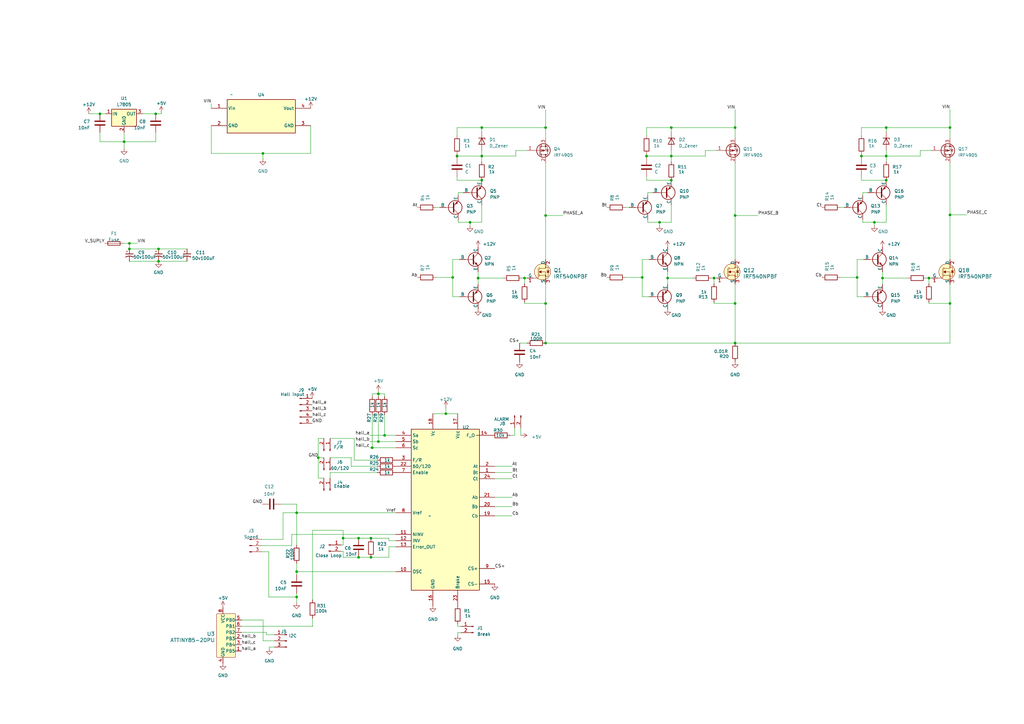
<source format=kicad_sch>
(kicad_sch (version 20230121) (generator eeschema)
  (paper "A3")
  (junction (at 351.536 113.792))
  (junction (at 389.636 52.324))
  (junction (at 187.452 64.008))
  (junction (at 155.194 181.102))
  (junction (at 107.8484 62.9412))
  (junction (at 65.024 107.188))
  (junction (at 40.9956 46.6852))
  (junction (at 215.138 114.046))
  (junction (at 275.336 73.914))
  (junction (at 361.95 114.046))
  (junction (at 121.666 244.856))
  (junction (at 53.086 99.822))
  (junction (at 130.556 187.706))
  (junction (at 265.176 64.008))
  (junction (at 152.654 183.642))
  (junction (at 223.774 140.716))
  (junction (at 196.088 114.046))
  (junction (at 301.498 52.324))
  (junction (at 147.066 220.726))
  (junction (at 147.066 228.6))
  (junction (at 301.498 124.46))
  (junction (at 50.9016 58.1152))
  (junction (at 292.862 114.046))
  (junction (at 223.774 88.392))
  (junction (at 197.612 64.008))
  (junction (at 363.474 64.008))
  (junction (at 155.194 161.544))
  (junction (at 197.612 73.914))
  (junction (at 223.774 52.324))
  (junction (at 65.024 102.108))
  (junction (at 389.636 88.138))
  (junction (at 192.786 91.186))
  (junction (at 353.314 64.008))
  (junction (at 152.146 220.726))
  (junction (at 301.498 88.392))
  (junction (at 223.774 124.46))
  (junction (at 53.086 102.108))
  (junction (at 263.398 113.792))
  (junction (at 140.716 220.726))
  (junction (at 389.636 124.46))
  (junction (at 157.734 178.562))
  (junction (at 363.474 52.324))
  (junction (at 270.51 91.186))
  (junction (at 185.674 113.792))
  (junction (at 358.648 91.186))
  (junction (at 152.146 228.6))
  (junction (at 121.666 234.442))
  (junction (at 275.336 64.008))
  (junction (at 121.666 210.312))
  (junction (at 301.498 140.716))
  (junction (at 63.8556 46.6852))
  (junction (at 363.474 73.914))
  (junction (at 197.612 52.324))
  (junction (at 275.336 52.324))
  (junction (at 381 114.046))
  (junction (at 273.812 114.046))
  (junction (at 182.88 169.672))
  (wire (pts (xy 135.382 193.802) (xy 154.686 193.802)))
  (wire (pts (xy 152.146 228.6) (xy 147.066 228.6)))
  (wire (pts (xy 56.388 99.822) (xy 53.086 99.822)))
  (wire (pts (xy 152.146 220.726) (xy 159.512 220.726)))
  (wire (pts (xy 363.474 64.008) (xy 377.444 64.008)))
  (wire (pts (xy 107.442 223.774) (xy 119.634 223.774)))
  (wire (pts (xy 289.306 61.722) (xy 293.878 61.722)))
  (wire (pts (xy 353.314 64.008) (xy 353.314 63.246)))
  (wire (pts (xy 223.774 88.392) (xy 223.774 66.802)))
  (wire (pts (xy 189.103 256.921) (xy 187.706 256.921)))
  (wire (pts (xy 187.706 260.477) (xy 187.706 259.461)))
  (wire (pts (xy 140.716 228.6) (xy 147.066 228.6)))
  (wire (pts (xy 223.774 106.426) (xy 223.774 88.392)))
  (wire (pts (xy 130.556 187.706) (xy 130.556 196.088)))
  (wire (pts (xy 265.176 52.324) (xy 275.336 52.324)))
  (wire (pts (xy 154.686 188.722) (xy 145.288 188.722)))
  (wire (pts (xy 40.9956 46.6852) (xy 43.2816 46.6852)))
  (wire (pts (xy 159.512 221.742) (xy 162.306 221.742)))
  (wire (pts (xy 152.654 183.642) (xy 162.306 183.642)))
  (wire (pts (xy 121.666 244.856) (xy 110.236 244.856)))
  (wire (pts (xy 354.33 121.666) (xy 351.536 121.666)))
  (wire (pts (xy 353.822 78.994) (xy 355.854 78.994)))
  (wire (pts (xy 266.192 121.666) (xy 263.398 121.666)))
  (wire (pts (xy 379.984 114.046) (xy 381 114.046)))
  (wire (pts (xy 263.398 121.666) (xy 263.398 113.792)))
  (wire (pts (xy 265.684 78.994) (xy 267.716 78.994)))
  (wire (pts (xy 377.444 64.008) (xy 377.444 61.722)))
  (wire (pts (xy 63.8556 58.1152) (xy 50.9016 58.1152)))
  (wire (pts (xy 197.612 66.294) (xy 197.612 64.008)))
  (wire (pts (xy 289.306 64.008) (xy 289.306 61.722)))
  (wire (pts (xy 363.474 66.294) (xy 363.474 64.008)))
  (wire (pts (xy 353.314 64.008) (xy 363.474 64.008)))
  (wire (pts (xy 159.512 220.726) (xy 159.512 221.742)))
  (wire (pts (xy 187.706 256.921) (xy 187.706 256.032)))
  (wire (pts (xy 127.4572 51.5112) (xy 127.4572 62.9412)))
  (wire (pts (xy 265.684 91.186) (xy 265.684 90.17)))
  (wire (pts (xy 147.066 220.726) (xy 152.146 220.726)))
  (wire (pts (xy 66.1416 46.1772) (xy 66.1416 46.6852)))
  (wire (pts (xy 109.2708 260.2992) (xy 109.2708 259.3848)))
  (wire (pts (xy 187.96 91.186) (xy 192.786 91.186)))
  (wire (pts (xy 344.678 113.792) (xy 351.536 113.792)))
  (wire (pts (xy 275.336 52.324) (xy 275.336 54.102)))
  (wire (pts (xy 223.774 140.716) (xy 223.774 124.46)))
  (wire (pts (xy 275.336 64.008) (xy 289.306 64.008)))
  (wire (pts (xy 152.654 170.18) (xy 152.654 183.642)))
  (wire (pts (xy 214.122 114.046) (xy 215.138 114.046)))
  (wire (pts (xy 389.636 140.716) (xy 389.636 124.46)))
  (wire (pts (xy 63.8556 54.3052) (xy 63.8556 58.1152)))
  (wire (pts (xy 230.886 88.392) (xy 223.774 88.392)))
  (wire (pts (xy 351.536 121.666) (xy 351.536 113.792)))
  (wire (pts (xy 353.314 72.39) (xy 353.314 73.914)))
  (wire (pts (xy 50.9016 58.1152) (xy 50.9016 54.3052)))
  (wire (pts (xy 353.314 55.626) (xy 353.314 52.324)))
  (wire (pts (xy 152.654 161.544) (xy 152.654 162.56)))
  (wire (pts (xy 389.636 106.426) (xy 389.636 88.138)))
  (wire (pts (xy 223.774 124.46) (xy 215.138 124.46)))
  (wire (pts (xy 197.612 73.914) (xy 187.452 73.914)))
  (wire (pts (xy 301.498 116.586) (xy 301.498 124.46)))
  (wire (pts (xy 301.498 44.958) (xy 301.498 52.324)))
  (wire (pts (xy 112.5728 260.2992) (xy 109.2708 260.2992)))
  (wire (pts (xy 381 114.046) (xy 382.016 114.046)))
  (wire (pts (xy 197.612 52.324) (xy 223.774 52.324)))
  (wire (pts (xy 115.2652 206.756) (xy 121.666 206.756)))
  (wire (pts (xy 192.786 91.186) (xy 197.612 91.186)))
  (wire (pts (xy 107.8992 254.3048) (xy 99.06 254.3048)))
  (wire (pts (xy 389.636 116.586) (xy 389.636 124.46)))
  (wire (pts (xy 155.194 161.544) (xy 152.654 161.544)))
  (wire (pts (xy 178.816 85.09) (xy 180.34 85.09)))
  (wire (pts (xy 144.018 191.262) (xy 144.018 187.706)))
  (wire (pts (xy 265.176 55.626) (xy 265.176 52.324)))
  (wire (pts (xy 361.95 111.506) (xy 361.95 114.046)))
  (wire (pts (xy 140.716 217.4748) (xy 128.1684 217.4748)))
  (wire (pts (xy 265.176 64.008) (xy 265.176 63.246)))
  (wire (pts (xy 128.2892 256.7432) (xy 128.1684 256.7432)))
  (wire (pts (xy 353.822 80.01) (xy 353.822 78.994)))
  (wire (pts (xy 363.474 91.186) (xy 363.474 84.074)))
  (wire (pts (xy 211.074 178.562) (xy 211.074 175.514)))
  (wire (pts (xy 210.058 203.962) (xy 202.946 203.962)))
  (wire (pts (xy 273.812 114.046) (xy 273.812 116.586)))
  (wire (pts (xy 301.498 88.392) (xy 301.498 66.802)))
  (wire (pts (xy 107.8992 254.3048) (xy 107.8992 262.8392)))
  (wire (pts (xy 130.556 196.088) (xy 132.842 196.088)))
  (wire (pts (xy 50.9016 60.9092) (xy 50.9016 58.1152)))
  (wire (pts (xy 213.106 140.716) (xy 216.154 140.716)))
  (wire (pts (xy 197.612 91.186) (xy 197.612 84.074)))
  (wire (pts (xy 121.666 234.442) (xy 162.306 234.442)))
  (wire (pts (xy 273.812 114.046) (xy 284.226 114.046)))
  (wire (pts (xy 188.468 121.666) (xy 185.674 121.666)))
  (wire (pts (xy 270.51 92.456) (xy 270.51 91.186)))
  (wire (pts (xy 121.666 244.856) (xy 121.666 243.332)))
  (wire (pts (xy 99.06 259.3848) (xy 109.2708 259.3848)))
  (wire (pts (xy 223.774 52.324) (xy 223.774 56.642)))
  (wire (pts (xy 215.138 114.046) (xy 216.154 114.046)))
  (wire (pts (xy 291.846 114.046) (xy 292.862 114.046)))
  (wire (pts (xy 358.648 92.456) (xy 358.648 91.186)))
  (wire (pts (xy 210.058 196.342) (xy 202.946 196.342)))
  (wire (pts (xy 155.194 181.102) (xy 162.306 181.102)))
  (wire (pts (xy 121.666 231.14) (xy 121.666 234.442)))
  (wire (pts (xy 159.512 228.6) (xy 152.146 228.6)))
  (wire (pts (xy 275.336 64.008) (xy 275.336 61.722)))
  (wire (pts (xy 128.1684 217.4748) (xy 128.1684 245.9736)))
  (wire (pts (xy 196.088 111.506) (xy 196.088 114.046)))
  (wire (pts (xy 121.666 206.756) (xy 121.666 210.312)))
  (wire (pts (xy 381 124.46) (xy 381 123.952)))
  (wire (pts (xy 151.638 181.102) (xy 155.194 181.102)))
  (wire (pts (xy 265.176 64.008) (xy 275.336 64.008)))
  (wire (pts (xy 65.024 107.188) (xy 76.708 107.188)))
  (wire (pts (xy 132.842 179.832) (xy 130.556 179.832)))
  (wire (pts (xy 301.498 124.46) (xy 301.498 140.716)))
  (wire (pts (xy 187.96 91.186) (xy 187.96 90.17)))
  (wire (pts (xy 110.49 265.938) (xy 110.49 265.3792)))
  (wire (pts (xy 66.1416 46.6852) (xy 63.8556 46.6852)))
  (wire (pts (xy 270.51 91.186) (xy 275.336 91.186)))
  (wire (pts (xy 119.634 223.774) (xy 119.634 219.202)))
  (wire (pts (xy 223.774 116.586) (xy 223.774 124.46)))
  (wire (pts (xy 301.498 106.426) (xy 301.498 88.392)))
  (wire (pts (xy 178.816 113.792) (xy 185.674 113.792)))
  (wire (pts (xy 53.086 102.108) (xy 65.024 102.108)))
  (wire (pts (xy 139.954 223.52) (xy 140.716 223.52)))
  (wire (pts (xy 187.452 64.008) (xy 197.612 64.008)))
  (wire (pts (xy 86.6902 62.9412) (xy 86.6902 51.5112)))
  (wire (pts (xy 196.088 114.046) (xy 206.502 114.046)))
  (wire (pts (xy 130.556 179.832) (xy 130.556 187.706)))
  (wire (pts (xy 301.498 140.716) (xy 389.636 140.716)))
  (wire (pts (xy 265.176 72.39) (xy 265.176 73.914)))
  (wire (pts (xy 210.058 193.802) (xy 202.946 193.802)))
  (wire (pts (xy 185.674 113.792) (xy 185.674 106.426)))
  (wire (pts (xy 353.822 91.186) (xy 358.648 91.186)))
  (wire (pts (xy 119.634 219.202) (xy 162.306 219.202)))
  (wire (pts (xy 107.8484 62.9412) (xy 127.4572 62.9412)))
  (wire (pts (xy 301.498 140.716) (xy 223.774 140.716)))
  (wire (pts (xy 151.638 178.562) (xy 157.734 178.562)))
  (wire (pts (xy 363.474 64.008) (xy 363.474 61.722)))
  (wire (pts (xy 99.06 256.8448) (xy 128.2892 256.8448)))
  (wire (pts (xy 159.512 224.282) (xy 159.512 228.6)))
  (wire (pts (xy 301.498 52.324) (xy 301.498 56.642)))
  (wire (pts (xy 185.674 121.666) (xy 185.674 113.792)))
  (wire (pts (xy 110.49 265.3792) (xy 112.5728 265.3792)))
  (wire (pts (xy 187.706 259.461) (xy 189.103 259.461)))
  (wire (pts (xy 155.194 170.18) (xy 155.194 181.102)))
  (wire (pts (xy 353.314 52.324) (xy 363.474 52.324)))
  (wire (pts (xy 86.6902 62.9412) (xy 107.8484 62.9412)))
  (wire (pts (xy 107.8992 262.8392) (xy 112.5728 262.8392)))
  (wire (pts (xy 265.684 80.01) (xy 265.684 78.994)))
  (wire (pts (xy 116.078 221.234) (xy 116.078 210.312)))
  (wire (pts (xy 151.638 183.642) (xy 152.654 183.642)))
  (wire (pts (xy 110.236 226.314) (xy 107.442 226.314)))
  (wire (pts (xy 292.862 114.046) (xy 292.862 116.332)))
  (wire (pts (xy 147.066 228.6) (xy 147.066 228.346)))
  (wire (pts (xy 162.306 224.282) (xy 159.512 224.282)))
  (wire (pts (xy 197.612 64.008) (xy 197.612 61.722)))
  (wire (pts (xy 40.9956 58.1152) (xy 40.9956 54.3052)))
  (wire (pts (xy 210.058 207.772) (xy 202.946 207.772)))
  (wire (pts (xy 130.556 187.706) (xy 132.842 187.706)))
  (wire (pts (xy 155.194 160.528) (xy 155.194 161.544)))
  (wire (pts (xy 389.636 44.8298) (xy 389.636 52.324)))
  (wire (pts (xy 187.452 55.626) (xy 187.452 52.324)))
  (wire (pts (xy 187.452 52.324) (xy 197.612 52.324)))
  (wire (pts (xy 361.95 114.046) (xy 372.364 114.046)))
  (wire (pts (xy 139.954 226.06) (xy 140.716 226.06)))
  (wire (pts (xy 377.444 61.722) (xy 382.016 61.722)))
  (wire (pts (xy 275.336 91.186) (xy 275.336 84.074)))
  (wire (pts (xy 128.1684 256.7432) (xy 128.1684 253.5936)))
  (wire (pts (xy 157.734 162.56) (xy 157.734 161.544)))
  (wire (pts (xy 273.812 111.506) (xy 273.812 114.046)))
  (wire (pts (xy 358.648 91.186) (xy 363.474 91.186)))
  (wire (pts (xy 363.474 52.324) (xy 363.474 54.102)))
  (wire (pts (xy 116.078 210.312) (xy 121.666 210.312)))
  (wire (pts (xy 361.95 114.046) (xy 361.95 116.586)))
  (wire (pts (xy 121.666 223.52) (xy 121.666 210.312)))
  (wire (pts (xy 50.9016 58.1152) (xy 40.9956 58.1152)))
  (wire (pts (xy 363.474 73.914) (xy 353.314 73.914)))
  (wire (pts (xy 351.536 106.426) (xy 354.33 106.426)))
  (wire (pts (xy 154.686 191.262) (xy 144.018 191.262)))
  (wire (pts (xy 256.54 85.09) (xy 258.064 85.09)))
  (wire (pts (xy 187.452 64.77) (xy 187.452 64.008)))
  (wire (pts (xy 211.582 61.722) (xy 216.154 61.722)))
  (wire (pts (xy 53.086 107.188) (xy 65.024 107.188)))
  (wire (pts (xy 211.582 64.008) (xy 211.582 61.722)))
  (wire (pts (xy 223.774 44.958) (xy 223.774 52.324)))
  (wire (pts (xy 162.306 178.562) (xy 157.734 178.562)))
  (wire (pts (xy 210.058 191.262) (xy 202.946 191.262)))
  (wire (pts (xy 144.018 187.706) (xy 135.382 187.706)))
  (wire (pts (xy 187.452 72.39) (xy 187.452 73.914)))
  (wire (pts (xy 107.8484 62.9412) (xy 107.8484 65.1256)))
  (wire (pts (xy 389.636 88.138) (xy 389.636 66.802)))
  (wire (pts (xy 301.498 124.46) (xy 292.862 124.46)))
  (wire (pts (xy 182.88 169.672) (xy 187.706 169.672)))
  (wire (pts (xy 121.666 210.312) (xy 162.306 210.312)))
  (wire (pts (xy 353.822 91.186) (xy 353.822 90.17)))
  (wire (pts (xy 210.058 211.582) (xy 202.946 211.582)))
  (wire (pts (xy 292.862 124.46) (xy 292.862 123.952)))
  (wire (pts (xy 263.398 113.792) (xy 263.398 106.426)))
  (wire (pts (xy 121.666 247.142) (xy 121.666 244.856)))
  (wire (pts (xy 140.716 217.4748) (xy 140.716 220.726)))
  (wire (pts (xy 197.612 52.324) (xy 197.612 54.102)))
  (wire (pts (xy 53.086 99.822) (xy 50.546 99.822)))
  (wire (pts (xy 63.8556 46.6852) (xy 58.5216 46.6852)))
  (wire (pts (xy 185.674 106.426) (xy 188.468 106.426)))
  (wire (pts (xy 389.636 124.46) (xy 381 124.46)))
  (wire (pts (xy 363.474 52.324) (xy 389.636 52.324)))
  (wire (pts (xy 353.314 64.77) (xy 353.314 64.008)))
  (wire (pts (xy 215.138 124.46) (xy 215.138 123.952)))
  (wire (pts (xy 292.862 114.046) (xy 293.878 114.046)))
  (wire (pts (xy 182.88 167.132) (xy 182.88 169.672)))
  (wire (pts (xy 310.896 88.392) (xy 301.498 88.392)))
  (wire (pts (xy 121.666 234.442) (xy 121.666 235.712)))
  (wire (pts (xy 209.296 178.562) (xy 211.074 178.562)))
  (wire (pts (xy 107.442 221.234) (xy 116.078 221.234)))
  (wire (pts (xy 275.336 52.324) (xy 301.498 52.324)))
  (wire (pts (xy 187.452 64.008) (xy 187.452 63.246)))
  (wire (pts (xy 53.086 102.108) (xy 53.086 99.822)))
  (wire (pts (xy 155.194 161.544) (xy 155.194 162.56)))
  (wire (pts (xy 140.716 223.52) (xy 140.716 220.726)))
  (wire (pts (xy 265.176 64.77) (xy 265.176 64.008)))
  (wire (pts (xy 135.382 193.802) (xy 135.382 196.088)))
  (wire (pts (xy 215.138 114.046) (xy 215.138 116.332)))
  (wire (pts (xy 86.6902 42.4688) (xy 86.6902 44.3992)))
  (wire (pts (xy 182.88 169.672) (xy 177.546 169.672)))
  (wire (pts (xy 197.612 64.008) (xy 211.582 64.008)))
  (wire (pts (xy 213.614 178.562) (xy 213.614 175.514)))
  (wire (pts (xy 36.4236 46.6852) (xy 40.9956 46.6852)))
  (wire (pts (xy 145.288 188.722) (xy 145.288 179.832)))
  (wire (pts (xy 275.336 66.294) (xy 275.336 64.008)))
  (wire (pts (xy 263.398 106.426) (xy 266.192 106.426)))
  (wire (pts (xy 128.2892 256.7432) (xy 128.2892 256.8448)))
  (wire (pts (xy 192.786 92.456) (xy 192.786 91.186)))
  (wire (pts (xy 389.636 52.324) (xy 389.636 56.642)))
  (wire (pts (xy 157.734 161.544) (xy 155.194 161.544)))
  (wire (pts (xy 381 114.046) (xy 381 116.332)))
  (wire (pts (xy 152.146 220.726) (xy 152.146 220.98)))
  (wire (pts (xy 157.734 178.562) (xy 157.734 170.18)))
  (wire (pts (xy 275.336 73.914) (xy 265.176 73.914)))
  (wire (pts (xy 145.288 179.832) (xy 135.382 179.832)))
  (wire (pts (xy 187.96 80.01) (xy 187.96 78.994)))
  (wire (pts (xy 265.684 91.186) (xy 270.51 91.186)))
  (wire (pts (xy 256.54 113.792) (xy 263.398 113.792)))
  (wire (pts (xy 187.96 78.994) (xy 189.992 78.994)))
  (wire (pts (xy 65.024 102.108) (xy 76.708 102.108)))
  (wire (pts (xy 140.716 226.06) (xy 140.716 228.6)))
  (wire (pts (xy 110.236 244.856) (xy 110.236 226.314)))
  (wire (pts (xy 196.088 114.046) (xy 196.088 116.586)))
  (wire (pts (xy 344.678 85.09) (xy 346.202 85.09)))
  (wire (pts (xy 396.494 88.138) (xy 389.636 88.138)))
  (wire (pts (xy 140.716 220.726) (xy 147.066 220.726)))
  (wire (pts (xy 351.536 113.792) (xy 351.536 106.426)))
  (label "VIN" (at 389.636 44.8298 180))
  (label "VIN" (at 301.498 44.958 180))
  (label "Ct" (at 337.058 85.09 180))
  (label "PHASE_B" (at 310.896 88.392 0))
  (label "Ab" (at 210.058 203.962 0))
  (label "Bt" (at 210.058 193.802 0))
  (label "GND" (at 128.016 173.5836 0))
  (label "VIN" (at 86.6902 42.4688 180))
  (label "At" (at 171.196 85.09 180))
  (label "hall_a" (at 99.06 267.0048 0))
  (label "GND" (at 107.6452 206.756 180))
  (label "CS+" (at 202.946 233.172 0))
  (label "CS+" (at 213.106 140.716 180))
  (label "Bb" (at 210.058 207.772 0))
  (label "hall_a" (at 128.016 165.9636 0))
  (label "Ct" (at 210.058 196.342 0))
  (label "PHASE_C" (at 396.494 88.138 0))
  (label "Bt" (at 248.92 85.09 180))
  (label "hall_b" (at 99.06 261.9248 0))
  (label "V_SUPLY" (at 42.926 99.822 180))
  (label "VIN" (at 223.774 44.958 180))
  (label "hall_c" (at 128.016 171.0436 0))
  (label "PHASE_A" (at 230.886 88.392 0))
  (label "hall_b" (at 128.016 168.5036 0))
  (label "At" (at 210.058 191.262 0))
  (label "VIN" (at 56.388 99.822 0))
  (label "hall_b" (at 151.638 181.102 180))
  (label "hall_c" (at 151.638 183.642 180))
  (label "hall_a" (at 151.638 178.562 180))
  (label "Ab" (at 171.196 113.792 180))
  (label "GND" (at 130.556 187.706 180))
  (label "Cb" (at 337.058 113.792 180))
  (label "Bb" (at 248.92 113.792 180))
  (label "Cb" (at 210.058 211.582 0))
  (label "Vref" (at 162.306 210.312 180))
  (label "hall_c" (at 99.06 264.4648 0))
  (symbol (lib_id "Device:C") (at 213.106 144.526 0) (unit 1)
    (property "Reference" "C4" (at 217.17 143.891 0) (effects (justify left)))
    (property "Value" "10nF" (at 217.17 146.431 0) (effects (justify left)))
    (property "Footprint" "Capacitor_SMD:C_0805_2012Metric" (effects hide))
  )
  (symbol (lib_id "power:GND") (at 202.946 239.522 0) (unit 1)
    (property "Reference" "#PWR013" (effects hide))
    (property "Value" "GND" (at 202.946 245.11 0))
  )
  (symbol (lib_id "Device:C") (at 353.314 68.58 0) (unit 1)
    (property "Reference" "C3" (at 356.616 67.945 0) (effects (justify left)))
    (property "Value" "C" (at 356.616 70.485 0) (effects (justify left)))
    (property "Footprint" "Capacitor_SMD:C_0805_2012Metric" (effects hide))
  )
  (symbol (lib_id "Connector:Conn_01x02_Pin") (at 211.074 170.434 90) (mirror x) (unit 1)
    (property "Reference" "J8" (at 207.264 173.736 90) (effects (justify left)))
    (property "Value" "ALARM" (at 208.788 171.958 90) (effects (justify left)))
    (property "Footprint" "Connector_PinHeader_2.54mm:PinHeader_1x02_P2.54mm_Vertical" (effects hide))
  )
  (symbol (lib_id "power:GND") (at 270.51 92.456 0) (unit 1)
    (property "Reference" "#PWR06" (effects hide))
    (property "Value" "GND" (at 274.066 94.996 0))
  )
  (symbol (lib_name "NPN_1") (lib_id "Simulation_SPICE:NPN") (at 271.272 106.426 0) (unit 1)
    (property "Reference" "Q8" (at 276.352 105.791 0) (effects (justify left)))
    (property "Value" "NPN" (at 276.352 108.331 0) (effects (justify left)))
    (property "Footprint" "Package_TO_SOT_SMD:SOT-23W" (effects hide))
    (property "Sim.Device" "NPN" (effects hide))
    (property "Sim.Type" "GUMMELPOON" (effects hide))
    (property "Sim.Pins" "1=C 2=B 3=E" (effects hide))
  )
  (symbol (lib_id "Device:R") (at 381 120.142 180) (unit 1)
    (property "Reference" "R19" (at 378.46 121.793 0) (effects (justify left)))
    (property "Value" "1k" (at 378.079 119.761 0) (effects (justify left)))
    (property "Footprint" "Resistor_SMD:R_0805_2012Metric" (effects hide))
  )
  (symbol (lib_id "power:+5V") (at 66.1416 46.1772 0) (unit 1)
    (property "Reference" "#PWR019" (effects hide))
    (property "Value" "+5V" (at 66.1416 42.3672 0))
  )
  (symbol (lib_id "Connector:Conn_01x02_Pin") (at 135.382 192.786 270) (mirror x) (unit 1)
    (property "Reference" "J6" (at 138.176 189.484 90) (effects (justify left)))
    (property "Value" "60/120" (at 135.636 192.024 90) (effects (justify left)))
    (property "Footprint" "Connector_PinHeader_2.54mm:PinHeader_1x02_P2.54mm_Vertical" (effects hide))
  )
  (symbol (lib_id "power:+12V") (at 36.4236 46.6852 0) (unit 1)
    (property "Reference" "#PWR018" (effects hide))
    (property "Value" "+12V" (at 36.4236 42.8752 0))
  )
  (symbol (lib_id "Device:R") (at 219.964 140.716 90) (mirror x) (unit 1)
    (property "Reference" "R21" (at 221.742 137.16 90) (effects (justify left)))
    (property "Value" "100R" (at 222.504 138.938 90) (effects (justify left)))
    (property "Footprint" "Resistor_SMD:R_0805_2012Metric" (effects hide))
  )
  (symbol (lib_id "Device:R") (at 187.452 59.436 0) (unit 1)
    (property "Reference" "R3" (at 189.992 57.785 0) (effects (justify left)))
    (property "Value" "1k" (at 190.373 59.817 0) (effects (justify left)))
    (property "Footprint" "Resistor_SMD:R_1206_3216Metric" (effects hide))
  )
  (symbol (lib_name "PNP_1") (lib_id "Simulation_SPICE:PNP") (at 272.796 78.994 0) (mirror x) (unit 1)
    (property "Reference" "Q10" (at 278.638 78.359 0) (effects (justify left)))
    (property "Value" "PNP" (at 278.638 80.899 0) (effects (justify left)))
    (property "Footprint" "Package_TO_SOT_SMD:SOT-23W" (effects hide))
    (property "Sim.Device" "PNP" (effects hide))
    (property "Sim.Type" "GUMMELPOON" (effects hide))
    (property "Sim.Pins" "1=C 2=B 3=E" (effects hide))
  )
  (symbol (lib_id "power:+5V") (at 155.194 160.528 0) (unit 1)
    (property "Reference" "#PWR027" (effects hide))
    (property "Value" "+5V" (at 155.194 156.21 0))
  )
  (symbol (lib_id "Device:C") (at 121.666 239.522 0) (mirror y) (unit 1)
    (property "Reference" "C5" (at 117.602 238.887 0) (effects (justify left)))
    (property "Value" "10nF" (at 117.602 241.427 0) (effects (justify left)))
    (property "Footprint" "Capacitor_SMD:C_0805_2012Metric" (effects hide))
  )
  (symbol (lib_id "power:+12V") (at 361.95 101.346 0) (unit 1)
    (property "Reference" "#PWR010" (effects hide))
    (property "Value" "+12V" (at 366.522 100.076 0))
  )
  (symbol (lib_id "Device:R") (at 187.706 252.222 0) (unit 1)
    (property "Reference" "R1" (at 190.246 250.571 0) (effects (justify left)))
    (property "Value" "1k" (at 190.627 252.603 0) (effects (justify left)))
    (property "Footprint" "Resistor_SMD:R_0805_2012Metric" (effects hide))
  )
  (symbol (lib_id "dk_Transistors-FETs-MOSFETs-Single:IRF540NPBF") (at 223.774 111.506 0) (unit 1)
    (property "Reference" "Q1" (at 227.076 110.871 0) (effects (font (size 1.524 1.524)) (justify left)))
    (property "Value" "IRF540NPBF" (at 227.076 113.411 0) (effects (font (size 1.524 1.524)) (justify left)))
    (property "Footprint" "digikey-footprints:TO-220-3" (effects hide))
    (property "Datasheet" "https://www.infineon.com/dgdl/irf540npbf.pdf?fileId=5546d462533600a4015355e39f0d19a1" (effects hide))
    (property "Digi-Key_PN" "IRF540NPBF-ND" (effects hide))
    (property "MPN" "IRF540NPBF" (effects hide))
    (property "Category" "Discrete Semiconductor Products" (effects hide))
    (property "Family" "Transistors - FETs, MOSFETs - Single" (effects hide))
    (property "DK_Datasheet_Link" "https://www.infineon.com/dgdl/irf540npbf.pdf?fileId=5546d462533600a4015355e39f0d19a1" (effects hide))
    (property "DK_Detail_Page" "/product-detail/en/infineon-technologies/IRF540NPBF/IRF540NPBF-ND/811869" (effects hide))
    (property "Description" "MOSFET N-CH 100V 33A TO-220AB" (effects hide))
    (property "Manufacturer" "Infineon Technologies" (effects hide))
    (property "Status" "Active" (effects hide))
  )
  (symbol (lib_id "Device:C_Polarized_Small_US") (at 65.024 104.648 0) (unit 1)
    (property "Reference" "C10" (at 68.58 103.5812 0) (effects (justify left)))
    (property "Value" "50v100uF" (at 66.548 105.41 0) (effects (justify left)))
    (property "Footprint" "Capacitor_THT:CP_Radial_D10.0mm_P5.00mm" (effects hide))
  )
  (symbol (lib_name "PNP_1") (lib_id "Simulation_SPICE:PNP") (at 193.548 121.666 0) (mirror x) (unit 1)
    (property "Reference" "Q6" (at 199.39 121.031 0) (effects (justify left)))
    (property "Value" "PNP" (at 199.39 123.571 0) (effects (justify left)))
    (property "Footprint" "Package_TO_SOT_SMD:SOT-23W" (effects hide))
    (property "Sim.Device" "PNP" (effects hide))
    (property "Sim.Type" "GUMMELPOON" (effects hide))
    (property "Sim.Pins" "1=C 2=B 3=E" (effects hide))
  )
  (symbol (lib_id "Connector:Conn_01x02_Pin") (at 134.874 223.52 0) (unit 1)
    (property "Reference" "J2" (at 133.35 224.155 0) (effects (justify right)))
    (property "Value" "Close Loop" (at 140.208 227.838 0) (effects (justify right)))
    (property "Footprint" "Connector_PinHeader_2.54mm:PinHeader_1x02_P2.54mm_Vertical" (effects hide))
  )
  (symbol (lib_id "Connector:Conn_01x05_Pin") (at 122.936 168.5036 0) (unit 1)
    (property "Reference" "J9" (at 123.571 160.02 0))
    (property "Value" "Hall input" (at 119.9388 161.7472 0))
    (property "Footprint" "Connector_PinHeader_2.54mm:PinHeader_1x05_P2.54mm_Vertical" (effects hide))
  )
  (symbol (lib_id "Device:C") (at 265.176 68.58 0) (unit 1)
    (property "Reference" "C2" (at 268.478 67.945 0) (effects (justify left)))
    (property "Value" "C" (at 268.478 70.485 0) (effects (justify left)))
    (property "Footprint" "Capacitor_SMD:C_0805_2012Metric" (effects hide))
  )
  (symbol (lib_id "power:GND") (at 358.648 92.456 0) (unit 1)
    (property "Reference" "#PWR09" (effects hide))
    (property "Value" "GND" (at 362.204 94.996 0))
  )
  (symbol (lib_id "Device:R") (at 301.498 144.526 180) (unit 1)
    (property "Reference" "R20" (at 298.958 146.177 0) (effects (justify left)))
    (property "Value" "0.01R" (at 298.577 144.145 0) (effects (justify left)))
    (property "Footprint" "Resistor_THT:R_Axial_DIN0411_L9.9mm_D3.6mm_P15.24mm_Horizontal" (effects hide))
  )
  (symbol (lib_id "Device:R") (at 152.654 166.37 180) (unit 1)
    (property "Reference" "R27" (at 151.384 169.418 90) (effects (justify left)))
    (property "Value" "1k" (at 152.654 164.846 90) (effects (justify left)))
    (property "Footprint" "Resistor_SMD:R_0805_2012Metric" (effects hide))
  )
  (symbol (lib_id "Device:R") (at 292.862 120.142 180) (unit 1)
    (property "Reference" "R13" (at 290.322 121.793 0) (effects (justify left)))
    (property "Value" "1k" (at 289.941 119.761 0) (effects (justify left)))
    (property "Footprint" "Resistor_SMD:R_0805_2012Metric" (effects hide))
  )
  (symbol (lib_id "power:GND") (at 301.498 148.336 0) (unit 1)
    (property "Reference" "#PWR012" (effects hide))
    (property "Value" "GND" (at 301.498 153.67 0))
  )
  (symbol (lib_id "Device:R") (at 175.006 85.09 90) (unit 1)
    (property "Reference" "R4" (at 173.355 82.55 0) (effects (justify left)))
    (property "Value" "1k" (at 175.387 82.169 0) (effects (justify left)))
    (property "Footprint" "Resistor_SMD:R_0805_2012Metric" (effects hide))
  )
  (symbol (lib_id "Device:R") (at 340.868 85.09 90) (unit 1)
    (property "Reference" "R14" (at 339.217 82.55 0) (effects (justify left)))
    (property "Value" "1k" (at 341.249 82.169 0) (effects (justify left)))
    (property "Footprint" "Resistor_SMD:R_0805_2012Metric" (effects hide))
  )
  (symbol (lib_id "Device:R") (at 157.734 166.37 180) (unit 1)
    (property "Reference" "R29" (at 156.464 169.418 90) (effects (justify left)))
    (property "Value" "1k" (at 157.734 164.846 90) (effects (justify left)))
    (property "Footprint" "Resistor_SMD:R_0805_2012Metric" (effects hide))
  )
  (symbol (lib_id "Connector:Conn_01x03_Pin") (at 117.6528 262.8392 0) (mirror y) (unit 1)
    (property "Reference" "J5" (at 116.4336 259.08 0))
    (property "Value" "I2C" (at 120.0912 260.7564 0))
    (property "Footprint" "Connector_PinHeader_2.54mm:PinHeader_1x03_P2.54mm_Vertical" (effects hide))
  )
  (symbol (lib_id "Device:C") (at 111.4552 206.756 90) (mirror x) (unit 1)
    (property "Reference" "C12" (at 112.3696 199.5932 90) (effects (justify left)))
    (property "Value" "10nF" (at 113.03 202.6412 90) (effects (justify left)))
    (property "Footprint" "Capacitor_SMD:C_0805_2012Metric" (effects hide))
  )
  (symbol (lib_id "power:GND") (at 65.024 107.188 0) (unit 1)
    (property "Reference" "#PWR022" (effects hide))
    (property "Value" "GND" (at 65.024 111.76 0))
  )
  (symbol (lib_id "Device:R") (at 340.868 113.792 90) (unit 1)
    (property "Reference" "R15" (at 339.217 111.252 0) (effects (justify left)))
    (property "Value" "1k" (at 341.249 110.871 0) (effects (justify left)))
    (property "Footprint" "Resistor_SMD:R_0805_2012Metric" (effects hide))
  )
  (symbol (lib_name "PNP_1") (lib_id "Simulation_SPICE:PNP") (at 185.42 85.09 0) (mirror x) (unit 1)
    (property "Reference" "Q3" (at 191.262 84.455 0) (effects (justify left)))
    (property "Value" "PNP" (at 191.262 86.995 0) (effects (justify left)))
    (property "Footprint" "Package_TO_SOT_SMD:SOT-23W" (effects hide))
    (property "Sim.Device" "PNP" (effects hide))
    (property "Sim.Type" "GUMMELPOON" (effects hide))
    (property "Sim.Pins" "1=C 2=B 3=E" (effects hide))
  )
  (symbol (lib_id "Device:C_Polarized_Small_US") (at 76.708 104.648 0) (unit 1)
    (property "Reference" "C11" (at 80.264 103.5812 0) (effects (justify left)))
    (property "Value" "50v100uF" (at 78.74 105.918 0) (effects (justify left)))
    (property "Footprint" "Capacitor_THT:CP_Radial_D10.0mm_P5.00mm" (effects hide))
  )
  (symbol (lib_id "Device:R") (at 210.312 114.046 90) (unit 1)
    (property "Reference" "R5" (at 208.661 111.506 0) (effects (justify left)))
    (property "Value" "1k" (at 210.693 111.125 0) (effects (justify left)))
    (property "Footprint" "Resistor_SMD:R_0805_2012Metric" (effects hide))
  )
  (symbol (lib_id "power:GND") (at 91.44 272.0848 0) (unit 1)
    (property "Reference" "#PWR023" (effects hide))
    (property "Value" "GND" (at 91.44 277.0378 0))
  )
  (symbol (lib_id "power:+5V") (at 213.614 178.562 270) (unit 1)
    (property "Reference" "#PWR028" (effects hide))
    (property "Value" "+5V" (at 217.9828 179.197 90) (effects (justify left)))
  )
  (symbol (lib_id "New_Library:DC-DC") (at 94.9452 38.8112 0) (unit 1)
    (property "Reference" "U4" (at 107.1372 38.862 0))
    (property "Value" "~" (at 94.9452 38.8112 0))
    (property "Footprint" "Library:DC-DC" (effects hide))
  )
  (symbol (lib_id "power:GND") (at 110.49 265.938 0) (unit 1)
    (property "Reference" "#PWR016" (effects hide))
    (property "Value" "GND" (at 110.49 271.0688 0))
  )
  (symbol (lib_id "Device:R") (at 197.612 70.104 0) (unit 1)
    (property "Reference" "R2" (at 200.152 68.453 0) (effects (justify left)))
    (property "Value" "1k" (at 200.533 70.485 0) (effects (justify left)))
    (property "Footprint" "Resistor_THT:R_Axial_DIN0207_L6.3mm_D2.5mm_P5.08mm_Vertical" (effects hide))
  )
  (symbol (lib_name "PNP_1") (lib_id "Simulation_SPICE:PNP") (at 195.072 78.994 0) (mirror x) (unit 1)
    (property "Reference" "Q5" (at 200.914 78.359 0) (effects (justify left)))
    (property "Value" "PNP" (at 200.914 80.899 0) (effects (justify left)))
    (property "Footprint" "Package_TO_SOT_SMD:SOT-23W" (effects hide))
    (property "Sim.Device" "PNP" (effects hide))
    (property "Sim.Type" "GUMMELPOON" (effects hide))
    (property "Sim.Pins" "1=C 2=B 3=E" (effects hide))
  )
  (symbol (lib_name "NPN_1") (lib_id "Simulation_SPICE:NPN") (at 193.548 106.426 0) (unit 1)
    (property "Reference" "Q2" (at 198.628 105.791 0) (effects (justify left)))
    (property "Value" "NPN" (at 198.628 108.331 0) (effects (justify left)))
    (property "Footprint" "Package_TO_SOT_SMD:SOT-23W" (effects hide))
    (property "Sim.Device" "NPN" (effects hide))
    (property "Sim.Type" "GUMMELPOON" (effects hide))
    (property "Sim.Pins" "1=C 2=B 3=E" (effects hide))
  )
  (symbol (lib_id "Connector:Conn_01x02_Pin") (at 135.382 184.912 270) (mirror x) (unit 1)
    (property "Reference" "J7" (at 137.922 181.61 90) (effects (justify left)))
    (property "Value" "F/R" (at 136.906 183.388 90) (effects (justify left)))
    (property "Footprint" "Connector_PinHeader_2.54mm:PinHeader_1x02_P2.54mm_Vertical" (effects hide))
  )
  (symbol (lib_id "dk_Transistors-FETs-MOSFETs-Single:IRF540NPBF") (at 301.498 111.506 0) (unit 1)
    (property "Reference" "Q12" (at 304.8 110.871 0) (effects (font (size 1.524 1.524)) (justify left)))
    (property "Value" "IRF540NPBF" (at 304.8 113.411 0) (effects (font (size 1.524 1.524)) (justify left)))
    (property "Footprint" "digikey-footprints:TO-220-3" (effects hide))
    (property "Datasheet" "https://www.infineon.com/dgdl/irf540npbf.pdf?fileId=5546d462533600a4015355e39f0d19a1" (effects hide))
    (property "Digi-Key_PN" "IRF540NPBF-ND" (effects hide))
    (property "MPN" "IRF540NPBF" (effects hide))
    (property "Category" "Discrete Semiconductor Products" (effects hide))
    (property "Family" "Transistors - FETs, MOSFETs - Single" (effects hide))
    (property "DK_Datasheet_Link" "https://www.infineon.com/dgdl/irf540npbf.pdf?fileId=5546d462533600a4015355e39f0d19a1" (effects hide))
    (property "DK_Detail_Page" "/product-detail/en/infineon-technologies/IRF540NPBF/IRF540NPBF-ND/811869" (effects hide))
    (property "Description" "MOSFET N-CH 100V 33A TO-220AB" (effects hide))
    (property "Manufacturer" "Infineon Technologies" (effects hide))
    (property "Status" "Active" (effects hide))
  )
  (symbol (lib_id "Device:R") (at 175.006 113.792 90) (unit 1)
    (property "Reference" "R7" (at 173.355 111.252 0) (effects (justify left)))
    (property "Value" "1k" (at 175.387 110.871 0) (effects (justify left)))
    (property "Footprint" "Resistor_SMD:R_0805_2012Metric" (effects hide))
  )
  (symbol (lib_id "Device:R") (at 158.496 188.722 90) (unit 1)
    (property "Reference" "R26" (at 155.448 187.452 90) (effects (justify left)))
    (property "Value" "1k" (at 160.02 188.722 90) (effects (justify left)))
    (property "Footprint" "Resistor_SMD:R_0805_2012Metric" (effects hide))
  )
  (symbol (lib_id "Device:R") (at 121.666 227.33 0) (unit 1)
    (property "Reference" "R22" (at 118.11 229.108 90) (effects (justify left)))
    (property "Value" "100R" (at 119.888 229.87 90) (effects (justify left)))
    (property "Footprint" "Resistor_SMD:R_0805_2012Metric" (effects hide))
  )
  (symbol (lib_id "Device:R") (at 158.496 193.802 90) (unit 1)
    (property "Reference" "R24" (at 155.448 192.532 90) (effects (justify left)))
    (property "Value" "1k" (at 160.02 193.802 90) (effects (justify left)))
    (property "Footprint" "Resistor_SMD:R_0805_2012Metric" (effects hide))
  )
  (symbol (lib_id "power:GND") (at 196.088 126.746 0) (unit 1)
    (property "Reference" "#PWR05" (effects hide))
    (property "Value" "GND" (at 199.644 129.286 0))
  )
  (symbol (lib_id "New_Library:MC33035") (at 120.396 173.482 0) (unit 1)
    (property "Reference" "U2" (at 189.6619 175.26 0) (effects (justify left)))
    (property "Value" "~" (at 176.276 211.582 0))
    (property "Footprint" "Package_DIP:DIP-24_W7.62mm_Socket_LongPads" (effects hide))
  )
  (symbol (lib_id "power:GND") (at 192.786 92.456 0) (unit 1)
    (property "Reference" "#PWR03" (effects hide))
    (property "Value" "GND" (at 196.342 94.996 0))
  )
  (symbol (lib_id "power:GND") (at 177.546 248.412 0) (unit 1)
    (property "Reference" "#PWR01" (effects hide))
    (property "Value" "GND" (at 177.546 254 0))
  )
  (symbol (lib_id "power:GND") (at 213.106 148.336 0) (unit 1)
    (property "Reference" "#PWR014" (effects hide))
    (property "Value" "GND" (at 213.106 153.67 0))
  )
  (symbol (lib_name "PNP_1") (lib_id "Simulation_SPICE:PNP") (at 360.934 78.994 0) (mirror x) (unit 1)
    (property "Reference" "Q16" (at 366.776 78.359 0) (effects (justify left)))
    (property "Value" "PNP" (at 366.776 80.899 0) (effects (justify left)))
    (property "Footprint" "Package_TO_SOT_SMD:SOT-23W" (effects hide))
    (property "Sim.Device" "PNP" (effects hide))
    (property "Sim.Type" "GUMMELPOON" (effects hide))
    (property "Sim.Pins" "1=C 2=B 3=E" (effects hide))
  )
  (symbol (lib_id "Connector:Conn_01x03_Pin") (at 102.362 223.774 0) (unit 1)
    (property "Reference" "J3" (at 102.997 217.678 0))
    (property "Value" "Speed" (at 102.997 220.218 0))
    (property "Footprint" "Connector_PinHeader_2.54mm:PinHeader_1x03_P2.54mm_Vertical" (effects hide))
  )
  (symbol (lib_id "Transistor_FET:IRF4905") (at 387.096 61.722 0) (mirror x) (unit 1)
    (property "Reference" "Q17" (at 392.938 61.087 0) (effects (justify left)))
    (property "Value" "IRF4905" (at 392.938 63.627 0) (effects (justify left)))
    (property "Footprint" "Package_TO_SOT_THT:TO-220-3_Vertical" (effects hide))
    (property "Datasheet" "http://www.infineon.com/dgdl/irf4905.pdf?fileId=5546d462533600a4015355e32165197c" (effects hide))
  )
  (symbol (lib_id "Regulator_Linear:L7805") (at 50.9016 46.6852 0) (unit 1)
    (property "Reference" "U1" (at 50.9016 40.3352 0))
    (property "Value" "L7805" (at 50.9016 42.8752 0))
    (property "Footprint" "Package_TO_SOT_SMD:TO-252-2" (effects hide))
    (property "Datasheet" "http://www.st.com/content/ccc/resource/technical/document/datasheet/41/4f/b3/b0/12/d4/47/88/CD00000444.pdf/files/CD00000444.pdf/jcr:content/translations/en.CD00000444.pdf" (effects hide))
  )
  (symbol (lib_id "Device:C") (at 187.452 68.58 0) (unit 1)
    (property "Reference" "C1" (at 190.754 67.945 0) (effects (justify left)))
    (property "Value" "C" (at 190.754 70.485 0) (effects (justify left)))
    (property "Footprint" "Capacitor_SMD:C_0805_2012Metric" (effects hide))
  )
  (symbol (lib_name "PNP_1") (lib_id "Simulation_SPICE:PNP") (at 263.144 85.09 0) (mirror x) (unit 1)
    (property "Reference" "Q7" (at 268.986 84.455 0) (effects (justify left)))
    (property "Value" "PNP" (at 268.986 86.995 0) (effects (justify left)))
    (property "Footprint" "Package_TO_SOT_SMD:SOT-23W" (effects hide))
    (property "Sim.Device" "PNP" (effects hide))
    (property "Sim.Type" "GUMMELPOON" (effects hide))
    (property "Sim.Pins" "1=C 2=B 3=E" (effects hide))
  )
  (symbol (lib_id "power:GND") (at 50.9016 60.9092 0) (unit 1)
    (property "Reference" "#PWR017" (effects hide))
    (property "Value" "GND" (at 50.9016 65.9892 0))
  )
  (symbol (lib_id "Device:R") (at 205.486 178.562 90) (unit 1)
    (property "Reference" "R30" (at 206.248 176.53 90) (effects (justify left)))
    (property "Value" "10k" (at 207.01 178.562 90) (effects (justify left)))
    (property "Footprint" "Resistor_SMD:R_0805_2012Metric" (effects hide))
  )
  (symbol (lib_id "power:+5V") (at 91.44 249.2248 0) (unit 1)
    (property "Reference" "#PWR024" (effects hide))
    (property "Value" "+5V" (at 91.44 245.2878 0))
  )
  (symbol (lib_id "Device:D_Zener") (at 275.336 57.912 270) (unit 1)
    (property "Reference" "D2" (at 278.384 57.277 90) (effects (justify left)))
    (property "Value" "D_Zener" (at 278.384 59.817 90) (effects (justify left)))
    (property "Footprint" "Diode_THT:D_A-405_P5.08mm_Vertical_AnodeUp" (effects hide))
  )
  (symbol (lib_name "PNP_1") (lib_id "Simulation_SPICE:PNP") (at 359.41 121.666 0) (mirror x) (unit 1)
    (property "Reference" "Q15" (at 365.252 121.031 0) (effects (justify left)))
    (property "Value" "PNP" (at 365.252 123.571 0) (effects (justify left)))
    (property "Footprint" "Package_TO_SOT_SMD:SOT-23W" (effects hide))
    (property "Sim.Device" "PNP" (effects hide))
    (property "Sim.Type" "GUMMELPOON" (effects hide))
    (property "Sim.Pins" "1=C 2=B 3=E" (effects hide))
  )
  (symbol (lib_id "Connector:Conn_01x02_Pin") (at 194.183 256.921 0) (mirror y) (unit 1)
    (property "Reference" "J1" (at 195.707 257.556 0) (effects (justify right)))
    (property "Value" "Break" (at 195.707 260.096 0) (effects (justify right)))
    (property "Footprint" "Connector_PinHeader_2.54mm:PinHeader_1x02_P2.54mm_Vertical" (effects hide))
  )
  (symbol (lib_id "Transistor_FET:IRF4905") (at 298.958 61.722 0) (mirror x) (unit 1)
    (property "Reference" "Q11" (at 304.8 61.087 0) (effects (justify left)))
    (property "Value" "IRF4905" (at 304.8 63.627 0) (effects (justify left)))
    (property "Footprint" "Package_TO_SOT_THT:TO-220-3_Vertical" (effects hide))
    (property "Datasheet" "http://www.infineon.com/dgdl/irf4905.pdf?fileId=5546d462533600a4015355e32165197c" (effects hide))
  )
  (symbol (lib_id "Device:R") (at 215.138 120.142 180) (unit 1)
    (property "Reference" "R6" (at 212.598 121.793 0) (effects (justify left)))
    (property "Value" "1k" (at 212.217 119.761 0) (effects (justify left)))
    (property "Footprint" "Resistor_SMD:R_0805_2012Metric" (effects hide))
  )
  (symbol (lib_id "Device:R") (at 152.146 224.79 0) (unit 1)
    (property "Reference" "R23" (at 154.686 223.139 0) (effects (justify left)))
    (property "Value" "1k" (at 155.067 225.171 0) (effects (justify left)))
    (property "Footprint" "Resistor_SMD:R_0805_2012Metric" (effects hide))
  )
  (symbol (lib_id "power:+12V") (at 127.4572 44.3992 0) (unit 1)
    (property "Reference" "#PWR025" (effects hide))
    (property "Value" "+12V" (at 127.4572 40.5892 0))
  )
  (symbol (lib_id "Device:D_Zener") (at 363.474 57.912 270) (unit 1)
    (property "Reference" "D3" (at 366.522 57.277 90) (effects (justify left)))
    (property "Value" "D_Zener" (at 366.522 59.817 90) (effects (justify left)))
    (property "Footprint" "Diode_THT:D_A-405_P5.08mm_Vertical_AnodeUp" (effects hide))
  )
  (symbol (lib_id "power:+12V") (at 273.812 101.346 0) (unit 1)
    (property "Reference" "#PWR07" (effects hide))
    (property "Value" "+12V" (at 278.384 100.076 0))
  )
  (symbol (lib_id "power:GND") (at 361.95 126.746 0) (unit 1)
    (property "Reference" "#PWR011" (effects hide))
    (property "Value" "GND" (at 365.506 129.286 0))
  )
  (symbol (lib_id "Device:R") (at 353.314 59.436 0) (unit 1)
    (property "Reference" "R16" (at 355.854 57.785 0) (effects (justify left)))
    (property "Value" "1k" (at 356.235 59.817 0) (effects (justify left)))
    (property "Footprint" "Resistor_SMD:R_1206_3216Metric" (effects hide))
  )
  (symbol (lib_id "power:+12V") (at 182.88 167.132 0) (unit 1)
    (property "Reference" "#PWR020" (effects hide))
    (property "Value" "+12V" (at 182.88 163.83 0))
  )
  (symbol (lib_id "power:GND") (at 121.666 247.142 0) (unit 1)
    (property "Reference" "#PWR015" (effects hide))
    (property "Value" "GND" (at 121.666 252.476 0))
  )
  (symbol (lib_id "Connector:Conn_01x02_Pin") (at 135.382 201.168 270) (mirror x) (unit 1)
    (property "Reference" "J4" (at 138.176 197.866 90) (effects (justify left)))
    (property "Value" "Enable" (at 136.906 199.39 90) (effects (justify left)))
    (property "Footprint" "Connector_PinHeader_2.54mm:PinHeader_1x02_P2.54mm_Vertical" (effects hide))
  )
  (symbol (lib_id "dk_Transistors-FETs-MOSFETs-Single:IRF540NPBF") (at 389.636 111.506 0) (unit 1)
    (property "Reference" "Q18" (at 392.938 110.871 0) (effects (font (size 1.524 1.524)) (justify left)))
    (property "Value" "IRF540NPBF" (at 392.938 113.411 0) (effects (font (size 1.524 1.524)) (justify left)))
    (property "Footprint" "digikey-footprints:TO-220-3" (effects hide))
    (property "Datasheet" "https://www.infineon.com/dgdl/irf540npbf.pdf?fileId=5546d462533600a4015355e39f0d19a1" (effects hide))
    (property "Digi-Key_PN" "IRF540NPBF-ND" (effects hide))
    (property "MPN" "IRF540NPBF" (effects hide))
    (property "Category" "Discrete Semiconductor Products" (effects hide))
    (property "Family" "Transistors - FETs, MOSFETs - Single" (effects hide))
    (property "DK_Datasheet_Link" "https://www.infineon.com/dgdl/irf540npbf.pdf?fileId=5546d462533600a4015355e39f0d19a1" (effects hide))
    (property "DK_Detail_Page" "/product-detail/en/infineon-technologies/IRF540NPBF/IRF540NPBF-ND/811869" (effects hide))
    (property "Description" "MOSFET N-CH 100V 33A TO-220AB" (effects hide))
    (property "Manufacturer" "Infineon Technologies" (effects hide))
    (property "Status" "Active" (effects hide))
  )
  (symbol (lib_id "Device:R") (at 363.474 70.104 0) (unit 1)
    (property "Reference" "R17" (at 366.014 68.453 0) (effects (justify left)))
    (property "Value" "1k" (at 366.395 70.485 0) (effects (justify left)))
    (property "Footprint" "Resistor_THT:R_Axial_DIN0207_L6.3mm_D2.5mm_P5.08mm_Vertical" (effects hide))
  )
  (symbol (lib_id "Device:C_Polarized_Small_US") (at 53.086 104.648 0) (unit 1)
    (property "Reference" "C9" (at 56.642 103.5812 0) (effects (justify left)))
    (property "Value" "50v100uF" (at 54.61 105.41 0) (effects (justify left)))
    (property "Footprint" "Capacitor_THT:CP_Radial_D10.0mm_P5.00mm" (effects hide))
  )
  (symbol (lib_id "dk_Embedded-Microcontrollers:ATTINY85-20PU") (at 93.98 259.3848 0) (mirror y) (unit 1)
    (property "Reference" "U3" (at 88.138 260.0198 0) (effects (font (size 1.524 1.524)) (justify left)))
    (property "Value" "ATTINY85-20PU" (at 88.138 262.5598 0) (effects (font (size 1.524 1.524)) (justify left)))
    (property "Footprint" "digikey-footprints:DIP-8_W7.62mm" (effects hide))
    (property "Datasheet" "http://www.microchip.com/mymicrochip/filehandler.aspx?ddocname=en589894" (effects hide))
    (property "Digi-Key_PN" "ATTINY85-20PU-ND" (effects hide))
    (property "MPN" "ATTINY85-20PU" (effects hide))
    (property "Category" "Integrated Circuits (ICs)" (effects hide))
    (property "Family" "Embedded - Microcontrollers" (effects hide))
    (property "DK_Datasheet_Link" "http://www.microchip.com/mymicrochip/filehandler.aspx?ddocname=en589894" (effects hide))
    (property "DK_Detail_Page" "/product-detail/en/microchip-technology/ATTINY85-20PU/ATTINY85-20PU-ND/735469" (effects hide))
    (property "Description" "IC MCU 8BIT 8KB FLASH 8DIP" (effects hide))
    (property "Manufacturer" "Microchip Technology" (effects hide))
    (property "Status" "Active" (effects hide))
  )
  (symbol (lib_id "Device:R") (at 252.73 85.09 90) (unit 1)
    (property "Reference" "R8" (at 251.079 82.55 0) (effects (justify left)))
    (property "Value" "1k" (at 253.111 82.169 0) (effects (justify left)))
    (property "Footprint" "Resistor_SMD:R_0805_2012Metric" (effects hide))
  )
  (symbol (lib_id "Device:R") (at 288.036 114.046 90) (unit 1)
    (property "Reference" "R12" (at 286.385 111.506 0) (effects (justify left)))
    (property "Value" "1k" (at 288.417 111.125 0) (effects (justify left)))
    (property "Footprint" "Resistor_SMD:R_0805_2012Metric" (effects hide))
  )
  (symbol (lib_id "power:+12V") (at 196.088 101.346 0) (unit 1)
    (property "Reference" "#PWR04" (effects hide))
    (property "Value" "+12V" (at 200.66 100.076 0))
  )
  (symbol (lib_id "power:GND") (at 187.706 260.477 0) (unit 1)
    (property "Reference" "#PWR02" (effects hide))
    (property "Value" "GND" (at 187.706 266.065 0))
  )
  (symbol (lib_id "Device:R") (at 275.336 70.104 0) (unit 1)
    (property "Reference" "R11" (at 277.876 68.453 0) (effects (justify left)))
    (property "Value" "1k" (at 278.257 70.485 0) (effects (justify left)))
    (property "Footprint" "Resistor_THT:R_Axial_DIN0207_L6.3mm_D2.5mm_P5.08mm_Vertical" (effects hide))
  )
  (symbol (lib_id "Transistor_FET:IRF4905") (at 221.234 61.722 0) (mirror x) (unit 1)
    (property "Reference" "Q4" (at 227.076 61.087 0) (effects (justify left)))
    (property "Value" "IRF4905" (at 227.076 63.627 0) (effects (justify left)))
    (property "Footprint" "Package_TO_SOT_THT:TO-220-3_Vertical" (effects hide))
    (property "Datasheet" "http://www.infineon.com/dgdl/irf4905.pdf?fileId=5546d462533600a4015355e32165197c" (effects hide))
  )
  (symbol (lib_id "Device:R") (at 376.174 114.046 90) (unit 1)
    (property "Reference" "R18" (at 374.523 111.506 0) (effects (justify left)))
    (property "Value" "1k" (at 376.555 111.125 0) (effects (justify left)))
    (property "Footprint" "Resistor_SMD:R_0805_2012Metric" (effects hide))
  )
  (symbol (lib_id "Device:C") (at 40.9956 50.4952 0) (mirror y) (unit 1)
    (property "Reference" "C7" (at 36.9316 49.8602 0) (effects (justify left)))
    (property "Value" "10nF" (at 36.9316 52.4002 0) (effects (justify left)))
    (property "Footprint" "Capacitor_SMD:C_1206_3216Metric" (effects hide))
  )
  (symbol (lib_id "Device:C") (at 63.8556 50.4952 0) (mirror y) (unit 1)
    (property "Reference" "C8" (at 59.7916 49.8602 0) (effects (justify left)))
    (property "Value" "10nF" (at 59.7916 52.4002 0) (effects (justify left)))
    (property "Footprint" "Capacitor_SMD:C_1206_3216Metric" (effects hide))
  )
  (symbol (lib_id "Device:C") (at 147.066 224.536 0) (mirror y) (unit 1)
    (property "Reference" "C6" (at 144.018 224.79 0) (effects (justify left)))
    (property "Value" "10nF" (at 146.558 227.33 0) (effects (justify left)))
    (property "Footprint" "Capacitor_SMD:C_0805_2012Metric" (effects hide))
  )
  (symbol (lib_id "power:+5V") (at 128.016 163.4236 0) (unit 1)
    (property "Reference" "#PWR026" (effects hide))
    (property "Value" "+5V" (at 128.016 159.6136 0))
  )
  (symbol (lib_name "PNP_1") (lib_id "Simulation_SPICE:PNP") (at 351.282 85.09 0) (mirror x) (unit 1)
    (property "Reference" "Q13" (at 357.124 84.455 0) (effects (justify left)))
    (property "Value" "PNP" (at 357.124 86.995 0) (effects (justify left)))
    (property "Footprint" "Package_TO_SOT_SMD:SOT-23W" (effects hide))
    (property "Sim.Device" "PNP" (effects hide))
    (property "Sim.Type" "GUMMELPOON" (effects hide))
    (property "Sim.Pins" "1=C 2=B 3=E" (effects hide))
  )
  (symbol (lib_id "power:GND") (at 107.8484 65.1256 0) (unit 1)
    (property "Reference" "#PWR021" (effects hide))
    (property "Value" "GND" (at 107.8484 70.2056 0))
  )
  (symbol (lib_id "Device:R") (at 158.496 191.262 90) (unit 1)
    (property "Reference" "R25" (at 155.448 189.992 90) (effects (justify left)))
    (property "Value" "1k" (at 160.02 191.262 90) (effects (justify left)))
    (property "Footprint" "Resistor_SMD:R_0805_2012Metric" (effects hide))
  )
  (symbol (lib_id "Device:D_Zener") (at 197.612 57.912 270) (unit 1)
    (property "Reference" "D1" (at 200.66 57.277 90) (effects (justify left)))
    (property "Value" "D_Zener" (at 200.66 59.817 90) (effects (justify left)))
    (property "Footprint" "Diode_THT:D_A-405_P5.08mm_Vertical_AnodeUp" (effects hide))
  )
  (symbol (lib_name "NPN_1") (lib_id "Simulation_SPICE:NPN") (at 359.41 106.426 0) (unit 1)
    (property "Reference" "Q14" (at 364.49 105.791 0) (effects (justify left)))
    (property "Value" "NPN" (at 364.49 108.331 0) (effects (justify left)))
    (property "Footprint" "Package_TO_SOT_SMD:SOT-23W" (effects hide))
    (property "Sim.Device" "NPN" (effects hide))
    (property "Sim.Type" "GUMMELPOON" (effects hide))
    (property "Sim.Pins" "1=C 2=B 3=E" (effects hide))
  )
  (symbol (lib_id "Device:R") (at 128.1684 249.7836 180) (unit 1)
    (property "Reference" "R31" (at 133.8072 248.4628 0) (effects (justify left)))
    (property "Value" "100k" (at 134.2644 250.5964 0) (effects (justify left)))
    (property "Footprint" "Resistor_SMD:R_0805_2012Metric" (effects hide))
  )
  (symbol (lib_id "Device:R") (at 155.194 166.37 180) (unit 1)
    (property "Reference" "R28" (at 153.924 169.418 90) (effects (justify left)))
    (property "Value" "1k" (at 155.194 164.846 90) (effects (justify left)))
    (property "Footprint" "Resistor_SMD:R_0805_2012Metric" (effects hide))
  )
  (symbol (lib_id "Device:Fuse") (at 46.736 99.822 90) (unit 1)
    (property "Reference" "F1" (at 46.736 95.758 90))
    (property "Value" "Fuse" (at 46.736 98.298 90))
    (property "Footprint" "Fuse:Fuseholder_Clip-5x20mm_Keystone_3512_Inline_P23.62x7.27mm_D1.02x1.57mm_Horizontal" (effects hide))
  )
  (symbol (lib_name "PNP_1") (lib_id "Simulation_SPICE:PNP") (at 271.272 121.666 0) (mirror x) (unit 1)
    (property "Reference" "Q9" (at 277.114 121.031 0) (effects (justify left)))
    (property "Value" "PNP" (at 277.114 123.571 0) (effects (justify left)))
    (property "Footprint" "Package_TO_SOT_SMD:SOT-23W" (effects hide))
    (property "Sim.Device" "PNP" (effects hide))
    (property "Sim.Type" "GUMMELPOON" (effects hide))
    (property "Sim.Pins" "1=C 2=B 3=E" (effects hide))
  )
  (symbol (lib_id "power:GND") (at 273.812 126.746 0) (unit 1)
    (property "Reference" "#PWR08" (effects hide))
    (property "Value" "GND" (at 277.368 129.286 0))
  )
  (symbol (lib_id "Device:R") (at 265.176 59.436 0) (unit 1)
    (property "Reference" "R10" (at 267.716 57.785 0) (effects (justify left)))
    (property "Value" "1k" (at 268.097 59.817 0) (effects (justify left)))
    (property "Footprint" "Resistor_SMD:R_1206_3216Metric" (effects hide))
  )
  (symbol (lib_id "Device:R") (at 252.73 113.792 90) (unit 1)
    (property "Reference" "R9" (at 251.079 111.252 0) (effects (justify left)))
    (property "Value" "1k" (at 253.111 110.871 0) (effects (justify left)))
    (property "Footprint" "Resistor_SMD:R_0805_2012Metric" (effects hide))
  )
)
</source>
